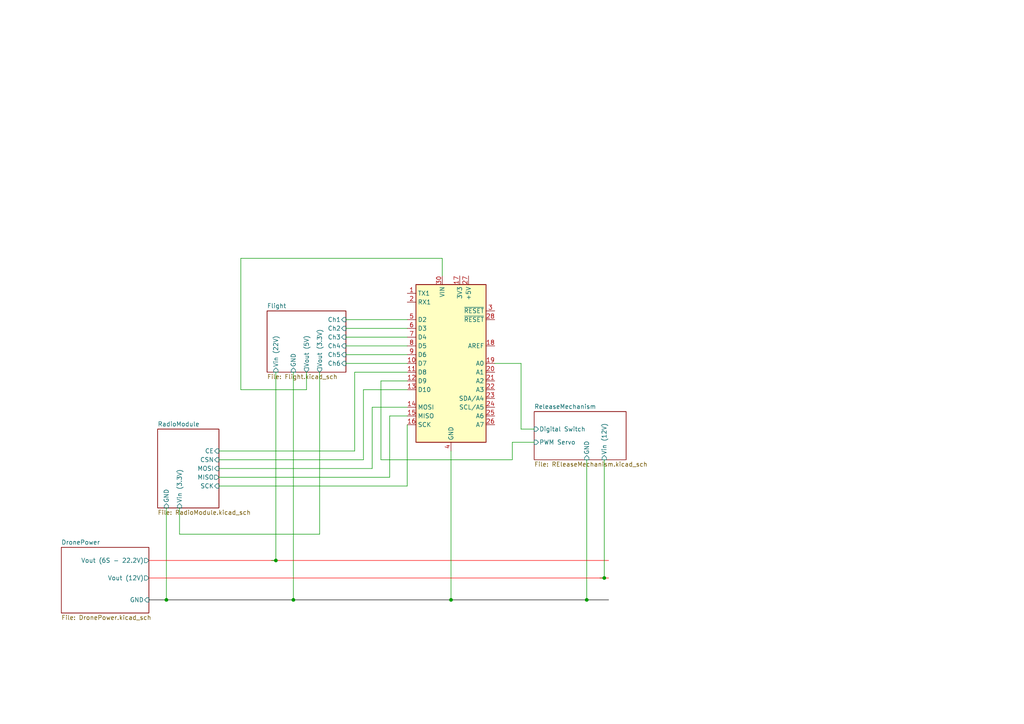
<source format=kicad_sch>
(kicad_sch (version 20231120) (generator "eeschema") (generator_version "8.0")
  (paper "A4")
  (lib_symbols
    (symbol "MCU_Module:Arduino_Nano_Every"
      (property "Reference" "A" (at -10.16 23.495 0))
      (property "Value" "Arduino_Nano_Every" (at 5.08 -24.13 0))
      (symbol "Arduino_Nano_Every_0_1"
        (rectangle (start -10.16 22.86) (end 10.16 -22.86) (stroke (width 0.254)) (fill (type background)))
      )
      (symbol "Arduino_Nano_Every_1_1"
        (pin bidirectional line (at -12.7 20.32 0) (length 2.54) (name "TX1") (number "1"))
        (pin bidirectional line (at -12.7 0 0) (length 2.54) (name "D7") (number "10"))
        (pin bidirectional line (at -12.7 -2.54 0) (length 2.54) (name "D8") (number "11"))
        (pin bidirectional line (at -12.7 -5.08 0) (length 2.54) (name "D9") (number "12"))
        (pin bidirectional line (at -12.7 -7.62 0) (length 2.54) (name "D10") (number "13"))
        (pin bidirectional line (at -12.7 -12.7 0) (length 2.54) (name "MOSI") (number "14"))
        (pin bidirectional line (at -12.7 -15.24 0) (length 2.54) (name "MISO") (number "15"))
        (pin bidirectional line (at -12.7 -17.78 0) (length 2.54) (name "SCK") (number "16"))
        (pin power_out line (at 2.54 25.4 270) (length 2.54) (name "3V3") (number "17"))
        (pin input line (at 12.7 5.08 180) (length 2.54) (name "AREF") (number "18"))
        (pin bidirectional line (at 12.7 0 180) (length 2.54) (name "A0") (number "19"))
        (pin bidirectional line (at -12.7 17.78 0) (length 2.54) (name "RX1") (number "2"))
        (pin bidirectional line (at 12.7 -2.54 180) (length 2.54) (name "A1") (number "20"))
        (pin bidirectional line (at 12.7 -5.08 180) (length 2.54) (name "A2") (number "21"))
        (pin bidirectional line (at 12.7 -7.62 180) (length 2.54) (name "A3") (number "22"))
        (pin bidirectional line (at 12.7 -10.16 180) (length 2.54) (name "SDA/A4") (number "23"))
        (pin bidirectional line (at 12.7 -12.7 180) (length 2.54) (name "SCL/A5") (number "24"))
        (pin bidirectional line (at 12.7 -15.24 180) (length 2.54) (name "A6") (number "25"))
        (pin bidirectional line (at 12.7 -17.78 180) (length 2.54) (name "A7") (number "26"))
        (pin power_out line (at 5.08 25.4 270) (length 2.54) (name "+5V") (number "27"))
        (pin input line (at 12.7 12.7 180) (length 2.54) (name "~{RESET}") (number "28"))
        (pin passive line (at 0 -25.4 90) (length 2.54) hide (name "GND") (number "29"))
        (pin input line (at 12.7 15.24 180) (length 2.54) (name "~{RESET}") (number "3"))
        (pin power_in line (at -2.54 25.4 270) (length 2.54) (name "VIN") (number "30"))
        (pin power_in line (at 0 -25.4 90) (length 2.54) (name "GND") (number "4"))
        (pin bidirectional line (at -12.7 12.7 0) (length 2.54) (name "D2") (number "5"))
        (pin bidirectional line (at -12.7 10.16 0) (length 2.54) (name "D3") (number "6"))
        (pin bidirectional line (at -12.7 7.62 0) (length 2.54) (name "D4") (number "7"))
        (pin bidirectional line (at -12.7 5.08 0) (length 2.54) (name "D5") (number "8"))
        (pin bidirectional line (at -12.7 2.54 0) (length 2.54) (name "D6") (number "9"))
      )
    )
  )
  (junction (at 85.09 173.99))
  (junction (at 170.18 173.99))
  (junction (at 175.26 167.64))
  (junction (at 130.81 173.99))
  (junction (at 80.01 162.56))
  (junction (at 48.26 173.99))
  (wire (pts (xy 102.87 107.95) (xy 102.87 130.81)))
  (wire (pts (xy 100.33 95.25) (xy 118.11 95.25)))
  (wire (pts (xy 113.03 138.43) (xy 113.03 120.65)))
  (wire (pts (xy 143.51 105.41) (xy 151.13 105.41)))
  (wire (pts (xy 100.33 92.71) (xy 118.11 92.71)))
  (wire (pts (xy 148.59 133.35) (xy 148.59 128.27)))
  (wire (pts (xy 118.11 140.97) (xy 118.11 123.19)))
  (wire (pts (xy 175.26 133.35) (xy 175.26 167.64)))
  (wire (pts (xy 88.9 113.03) (xy 69.85 113.03)))
  (wire (pts (xy 130.81 173.99) (xy 170.18 173.99)) (stroke (width 0) (color 1 0 0 1)))
  (wire (pts (xy 175.26 167.64) (xy 176.53 167.64)) (stroke (width 0) (color 255 0 0 1)))
  (wire (pts (xy 148.59 128.27) (xy 154.94 128.27)))
  (wire (pts (xy 85.09 107.95) (xy 85.09 173.99)))
  (wire (pts (xy 80.01 162.56) (xy 176.53 162.56)) (stroke (width 0) (color 255 0 0 1)))
  (wire (pts (xy 63.5 133.35) (xy 105.41 133.35)))
  (wire (pts (xy 52.07 154.94) (xy 52.07 147.32)))
  (wire (pts (xy 48.26 173.99) (xy 85.09 173.99)) (stroke (width 0) (color 1 0 0 1)))
  (wire (pts (xy 92.71 154.94) (xy 52.07 154.94)))
  (wire (pts (xy 48.26 147.32) (xy 48.26 173.99)))
  (wire (pts (xy 63.5 140.97) (xy 118.11 140.97)))
  (wire (pts (xy 100.33 105.41) (xy 118.11 105.41)))
  (wire (pts (xy 118.11 110.49) (xy 110.49 110.49)))
  (wire (pts (xy 63.5 135.89) (xy 107.95 135.89)))
  (wire (pts (xy 105.41 133.35) (xy 105.41 113.03)))
  (wire (pts (xy 43.18 173.99) (xy 48.26 173.99)) (stroke (width 0) (color 1 0 0 1)))
  (wire (pts (xy 110.49 133.35) (xy 148.59 133.35)))
  (wire (pts (xy 175.26 167.64) (xy 173.99 167.64)))
  (wire (pts (xy 100.33 97.79) (xy 118.11 97.79)))
  (wire (pts (xy 43.18 162.56) (xy 80.01 162.56)) (stroke (width 0) (color 255 0 0 1)))
  (wire (pts (xy 128.27 74.93) (xy 128.27 80.01)))
  (wire (pts (xy 88.9 107.95) (xy 88.9 113.03)))
  (wire (pts (xy 63.5 138.43) (xy 113.03 138.43)))
  (wire (pts (xy 170.18 173.99) (xy 176.53 173.99)) (stroke (width 0) (color 1 0 0 1)))
  (wire (pts (xy 92.71 107.95) (xy 92.71 154.94)))
  (wire (pts (xy 113.03 120.65) (xy 118.11 120.65)))
  (wire (pts (xy 80.01 162.56) (xy 78.74 162.56)))
  (wire (pts (xy 170.18 133.35) (xy 170.18 173.99)))
  (wire (pts (xy 130.81 130.81) (xy 130.81 173.99)))
  (wire (pts (xy 151.13 124.46) (xy 154.94 124.46)))
  (wire (pts (xy 100.33 102.87) (xy 118.11 102.87)))
  (wire (pts (xy 85.09 173.99) (xy 130.81 173.99)) (stroke (width 0) (color 1 0 0 1)))
  (wire (pts (xy 80.01 107.95) (xy 80.01 162.56)))
  (wire (pts (xy 69.85 74.93) (xy 128.27 74.93)))
  (wire (pts (xy 107.95 118.11) (xy 118.11 118.11)))
  (wire (pts (xy 69.85 113.03) (xy 69.85 74.93)))
  (wire (pts (xy 43.18 167.64) (xy 175.26 167.64)) (stroke (width 0) (color 255 0 0 1)))
  (wire (pts (xy 110.49 110.49) (xy 110.49 133.35)))
  (wire (pts (xy 105.41 113.03) (xy 118.11 113.03)))
  (wire (pts (xy 100.33 100.33) (xy 118.11 100.33)))
  (wire (pts (xy 151.13 105.41) (xy 151.13 124.46)))
  (wire (pts (xy 107.95 135.89) (xy 107.95 118.11)))
  (wire (pts (xy 102.87 130.81) (xy 63.5 130.81)))
  (wire (pts (xy 118.11 107.95) (xy 102.87 107.95)))
  (symbol (lib_id "MCU_Module:Arduino_Nano_Every") (at 130.81 105.41 0) (unit 1)
    (property "Reference" "A1" (effects (hide yes)))
    (property "Value" "Arduino_Nano" (effects (hide yes)))
    (property "Footprint" "Module:Arduino_Nano" (effects (hide yes)))
    (property "Datasheet" "https://content.arduino.cc/assets/NANOEveryV3.0_sch.pdf" (effects (hide yes)))
    (property "Description" "Arduino Nano Every" (effects (hide yes)))
  )
  (sheet (at 45.72 124.46) (size 17.78 22.86) (stroke (width 0.1524))
    (property "Sheetname" "RadioModule" (at 45.72 123.7484 0) (effects (justify left bottom)))
    (property "Sheetfile" "RadioModule.kicad_sch" (at 45.72 147.9046 0) (effects (justify left top)))
    (pin "MOSI" input (at 63.5 135.89 0))
    (pin "CSN" input (at 63.5 133.35 0))
    (pin "MISO" output (at 63.5 138.43 0))
    (pin "CE" input (at 63.5 130.81 0))
    (pin "SCK" input (at 63.5 140.97 0))
    (pin "Vin (3.3V)" input (at 52.07 147.32 270))
    (pin "GND" input (at 48.26 147.32 270))
  )
  (sheet (at 154.94 119.38) (size 26.67 13.97) (stroke (width 0.1524))
    (property "Sheetname" "ReleaseMechanism" (at 154.94 118.6684 0) (effects (justify left bottom)))
    (property "Sheetfile" "REleaseMechanism.kicad_sch" (at 154.94 133.9346 0) (effects (justify left top)))
    (pin "PWM Servo" input (at 154.94 128.27 180))
    (pin "GND" input (at 170.18 133.35 270))
    (pin "Vin (12V)" input (at 175.26 133.35 270))
    (pin "Digital Switch" input (at 154.94 124.46 180))
  )
  (sheet (at 17.78 158.75) (size 25.4 19.05) (stroke (width 0.1524))
    (property "Sheetname" "DronePower" (at 17.78 158.0384 0) (effects (justify left bottom)))
    (property "Sheetfile" "DronePower.kicad_sch" (at 17.78 178.3846 0) (effects (justify left top)))
    (pin "Vout (6S - 22.2V)" output (at 43.18 162.56 0))
    (pin "Vout (12V)" output (at 43.18 167.64 0))
    (pin "GND" input (at 43.18 173.99 0))
  )
  (sheet (at 77.47 90.17) (size 22.86 17.78) (stroke (width 0.1524))
    (property "Sheetname" "Flight" (at 77.47 89.4584 0) (effects (justify left bottom)))
    (property "Sheetfile" "Flight.kicad_sch" (at 77.47 108.5346 0) (effects (justify left top)))
    (pin "Vout (3.3V)" output (at 92.71 107.95 270))
    (pin "Vout (5V)" output (at 88.9 107.95 270))
    (pin "GND" input (at 85.09 107.95 270))
    (pin "Vin (22V)" input (at 80.01 107.95 270))
    (pin "Ch4" input (at 100.33 100.33 0))
    (pin "Ch1" input (at 100.33 92.71 0))
    (pin "Ch5" input (at 100.33 102.87 0))
    (pin "Ch2" input (at 100.33 95.25 0))
    (pin "Ch6" input (at 100.33 105.41 0))
    (pin "Ch3" input (at 100.33 97.79 0))
  )
)
</source>
